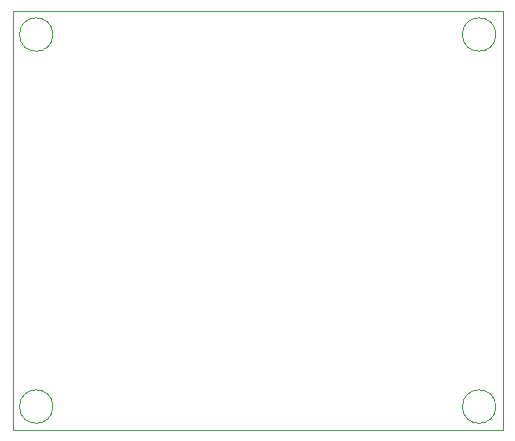
<source format=gbr>
%TF.GenerationSoftware,KiCad,Pcbnew,9.0.7*%
%TF.CreationDate,2026-02-22T20:56:26+05:30*%
%TF.ProjectId,555_timer,3535355f-7469-46d6-9572-2e6b69636164,rev?*%
%TF.SameCoordinates,Original*%
%TF.FileFunction,Profile,NP*%
%FSLAX46Y46*%
G04 Gerber Fmt 4.6, Leading zero omitted, Abs format (unit mm)*
G04 Created by KiCad (PCBNEW 9.0.7) date 2026-02-22 20:56:26*
%MOMM*%
%LPD*%
G01*
G04 APERTURE LIST*
%TA.AperFunction,Profile*%
%ADD10C,0.050000*%
%TD*%
G04 APERTURE END LIST*
D10*
X121500000Y-76000000D02*
X163000000Y-76000000D01*
X163000000Y-111500000D01*
X121500000Y-111500000D01*
X121500000Y-76000000D01*
X162414214Y-78000000D02*
G75*
G02*
X159585786Y-78000000I-1414214J0D01*
G01*
X159585786Y-78000000D02*
G75*
G02*
X162414214Y-78000000I1414214J0D01*
G01*
X124914214Y-109500000D02*
G75*
G02*
X122085786Y-109500000I-1414214J0D01*
G01*
X122085786Y-109500000D02*
G75*
G02*
X124914214Y-109500000I1414214J0D01*
G01*
X124914214Y-78000000D02*
G75*
G02*
X122085786Y-78000000I-1414214J0D01*
G01*
X122085786Y-78000000D02*
G75*
G02*
X124914214Y-78000000I1414214J0D01*
G01*
X162414214Y-109500000D02*
G75*
G02*
X159585786Y-109500000I-1414214J0D01*
G01*
X159585786Y-109500000D02*
G75*
G02*
X162414214Y-109500000I1414214J0D01*
G01*
M02*

</source>
